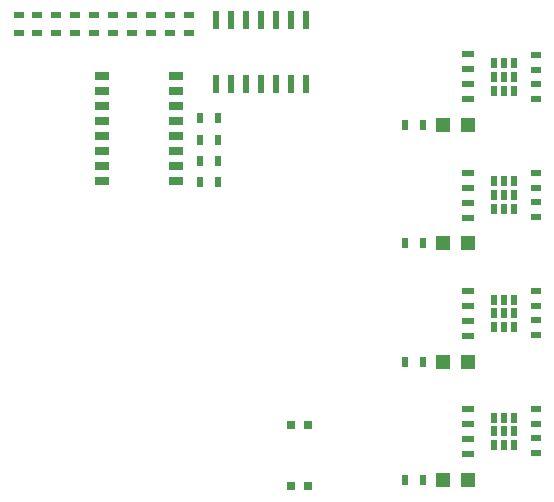
<source format=gbr>
G04 #@! TF.FileFunction,Paste,Top*
%FSLAX46Y46*%
G04 Gerber Fmt 4.6, Leading zero omitted, Abs format (unit mm)*
G04 Created by KiCad (PCBNEW 4.0.2+e4-6225~38~ubuntu14.04.1-stable) date Fri 29 Jul 2016 12:50:15 AM PDT*
%MOMM*%
G01*
G04 APERTURE LIST*
%ADD10C,0.100000*%
%ADD11R,0.900000X0.500000*%
%ADD12R,0.600000X0.900000*%
%ADD13R,0.900000X0.600000*%
%ADD14R,1.050000X0.600000*%
%ADD15R,0.500000X0.900000*%
%ADD16R,1.200000X0.800000*%
%ADD17R,0.800000X0.750000*%
%ADD18R,0.600000X1.500000*%
%ADD19R,1.198880X1.198880*%
G04 APERTURE END LIST*
D10*
D11*
X109100000Y-69750000D03*
X109100000Y-71250000D03*
X110700000Y-69750000D03*
X110700000Y-71250000D03*
X112300000Y-69750000D03*
X112300000Y-71250000D03*
X113900000Y-69750000D03*
X113900000Y-71250000D03*
X115500000Y-69750000D03*
X115500000Y-71250000D03*
X117100000Y-69750000D03*
X117100000Y-71250000D03*
D12*
X150200000Y-73850000D03*
X149350000Y-73850000D03*
X151050000Y-73850000D03*
X150200000Y-76150000D03*
X149350000Y-76150000D03*
X151050000Y-76150000D03*
X151050000Y-75000000D03*
X149350000Y-75000000D03*
D13*
X152900000Y-73125000D03*
X152900000Y-76875000D03*
X152900000Y-74400000D03*
D14*
X147175000Y-74365000D03*
X147175000Y-73095000D03*
X147175000Y-75635000D03*
X147175000Y-76905000D03*
D13*
X152900000Y-75600000D03*
D12*
X150200000Y-75000000D03*
X150200000Y-83850000D03*
X149350000Y-83850000D03*
X151050000Y-83850000D03*
X150200000Y-86150000D03*
X149350000Y-86150000D03*
X151050000Y-86150000D03*
X151050000Y-85000000D03*
X149350000Y-85000000D03*
D13*
X152900000Y-83125000D03*
X152900000Y-86875000D03*
X152900000Y-84400000D03*
D14*
X147175000Y-84365000D03*
X147175000Y-83095000D03*
X147175000Y-85635000D03*
X147175000Y-86905000D03*
D13*
X152900000Y-85600000D03*
D12*
X150200000Y-85000000D03*
X150200000Y-93850000D03*
X149350000Y-93850000D03*
X151050000Y-93850000D03*
X150200000Y-96150000D03*
X149350000Y-96150000D03*
X151050000Y-96150000D03*
X151050000Y-95000000D03*
X149350000Y-95000000D03*
D13*
X152900000Y-93125000D03*
X152900000Y-96875000D03*
X152900000Y-94400000D03*
D14*
X147175000Y-94365000D03*
X147175000Y-93095000D03*
X147175000Y-95635000D03*
X147175000Y-96905000D03*
D13*
X152900000Y-95600000D03*
D12*
X150200000Y-95000000D03*
X150200000Y-103850000D03*
X149350000Y-103850000D03*
X151050000Y-103850000D03*
X150200000Y-106150000D03*
X149350000Y-106150000D03*
X151050000Y-106150000D03*
X151050000Y-105000000D03*
X149350000Y-105000000D03*
D13*
X152900000Y-103125000D03*
X152900000Y-106875000D03*
X152900000Y-104400000D03*
D14*
X147175000Y-104365000D03*
X147175000Y-103095000D03*
X147175000Y-105635000D03*
X147175000Y-106905000D03*
D13*
X152900000Y-105600000D03*
D12*
X150200000Y-105000000D03*
D11*
X123500000Y-71250000D03*
X123500000Y-69750000D03*
X121900000Y-71250000D03*
X121900000Y-69750000D03*
X120300000Y-71250000D03*
X120300000Y-69750000D03*
X118700000Y-71250000D03*
X118700000Y-69750000D03*
D15*
X124450000Y-83900000D03*
X125950000Y-83900000D03*
X124450000Y-82100000D03*
X125950000Y-82100000D03*
X124450000Y-80300000D03*
X125950000Y-80300000D03*
X124450000Y-78500000D03*
X125950000Y-78500000D03*
D16*
X116150000Y-74955000D03*
X116150000Y-76225000D03*
X116150000Y-77495000D03*
X116150000Y-78765000D03*
X116150000Y-80035000D03*
X116150000Y-81305000D03*
X116150000Y-82575000D03*
X116150000Y-83845000D03*
X122450000Y-83845000D03*
X122450000Y-82575000D03*
X122450000Y-81305000D03*
X122450000Y-80035000D03*
X122450000Y-78765000D03*
X122450000Y-77495000D03*
X122450000Y-76225000D03*
X122450000Y-74955000D03*
D17*
X132150000Y-109600000D03*
X133650000Y-109600000D03*
X132150000Y-104500000D03*
X133650000Y-104500000D03*
D18*
X125790000Y-75600000D03*
X127060000Y-75600000D03*
X128330000Y-75600000D03*
X129600000Y-75600000D03*
X130870000Y-75600000D03*
X132140000Y-75600000D03*
X133410000Y-75600000D03*
X133410000Y-70200000D03*
X132140000Y-70200000D03*
X130870000Y-70200000D03*
X129600000Y-70200000D03*
X128330000Y-70200000D03*
X127060000Y-70200000D03*
X125790000Y-70200000D03*
D19*
X147149020Y-79100000D03*
X145050980Y-79100000D03*
X147149020Y-89100000D03*
X145050980Y-89100000D03*
X147149020Y-99100000D03*
X145050980Y-99100000D03*
X147149020Y-109100000D03*
X145050980Y-109100000D03*
D15*
X143350000Y-79100000D03*
X141850000Y-79100000D03*
X143350000Y-89100000D03*
X141850000Y-89100000D03*
X143350000Y-99100000D03*
X141850000Y-99100000D03*
X143350000Y-109100000D03*
X141850000Y-109100000D03*
M02*

</source>
